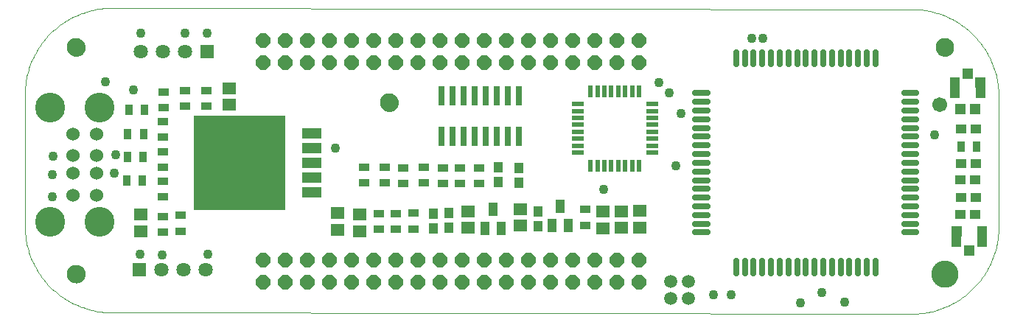
<source format=gbs>
G04 EAGLE Gerber RS-274X export*
G75*
%MOMM*%
%FSLAX34Y34*%
%LPD*%
%INSolder Mask bottom*%
%IPPOS*%
%AMOC8*
5,1,8,0,0,1.08239X$1,22.5*%
G01*
%ADD10C,0.100000*%
%ADD11C,0.000000*%
%ADD12C,3.101594*%
%ADD13C,2.101600*%
%ADD14R,1.601600X1.401600*%
%ADD15R,10.511600X10.901600*%
%ADD16R,2.260600X1.168400*%
%ADD17C,0.701600*%
%ADD18R,1.631600X1.631600*%
%ADD19C,1.631600*%
%ADD20R,1.301600X0.901600*%
%ADD21P,1.759533X8X202.500000*%
%ADD22C,1.509600*%
%ADD23C,1.524000*%
%ADD24C,3.429000*%
%ADD25C,1.101600*%
%ADD26R,1.101600X1.501600*%
%ADD27R,1.101600X1.201600*%
%ADD28R,1.143000X2.362200*%
%ADD29R,1.143000X1.193800*%
%ADD30R,0.609600X1.460500*%
%ADD31R,1.460500X0.609600*%
%ADD32R,0.660400X2.286000*%
%ADD33R,0.901600X1.301600*%
%ADD34R,1.201600X1.101600*%
%ADD35C,1.701600*%
%ADD36R,1.151600X1.181600*%


D10*
X0Y100000D02*
X29Y97584D01*
X117Y95169D01*
X263Y92757D01*
X467Y90349D01*
X729Y87946D01*
X1049Y85551D01*
X1427Y83164D01*
X1863Y80787D01*
X2356Y78422D01*
X2906Y76068D01*
X3512Y73729D01*
X4175Y71405D01*
X4894Y69098D01*
X5669Y66809D01*
X6498Y64540D01*
X7383Y62291D01*
X8321Y60064D01*
X9313Y57860D01*
X10357Y55681D01*
X11454Y53528D01*
X12603Y51402D01*
X13803Y49304D01*
X15053Y47236D01*
X16353Y45199D01*
X17702Y43194D01*
X19098Y41221D01*
X20542Y39284D01*
X22033Y37381D01*
X23568Y35516D01*
X25149Y33688D01*
X26773Y31898D01*
X28440Y30149D01*
X30149Y28440D01*
X31898Y26773D01*
X33688Y25149D01*
X35516Y23568D01*
X37381Y22033D01*
X39284Y20542D01*
X41221Y19098D01*
X43194Y17702D01*
X45199Y16353D01*
X47236Y15053D01*
X49304Y13803D01*
X51402Y12603D01*
X53528Y11454D01*
X55681Y10357D01*
X57860Y9313D01*
X60064Y8321D01*
X62291Y7383D01*
X64540Y6498D01*
X66809Y5669D01*
X69098Y4894D01*
X71405Y4175D01*
X73729Y3512D01*
X76068Y2906D01*
X78422Y2356D01*
X80787Y1863D01*
X83164Y1427D01*
X85551Y1049D01*
X87946Y729D01*
X90349Y467D01*
X92757Y263D01*
X95169Y117D01*
X97584Y29D01*
X100000Y0D01*
X1118706Y98476D02*
X1118706Y248476D01*
X100000Y350000D02*
X97584Y349971D01*
X95169Y349883D01*
X92757Y349737D01*
X90349Y349533D01*
X87946Y349271D01*
X85551Y348951D01*
X83164Y348573D01*
X80787Y348137D01*
X78422Y347644D01*
X76068Y347094D01*
X73729Y346488D01*
X71405Y345825D01*
X69098Y345106D01*
X66809Y344331D01*
X64540Y343502D01*
X62291Y342617D01*
X60064Y341679D01*
X57860Y340687D01*
X55681Y339643D01*
X53528Y338546D01*
X51402Y337397D01*
X49304Y336197D01*
X47236Y334947D01*
X45199Y333647D01*
X43194Y332298D01*
X41221Y330902D01*
X39284Y329458D01*
X37381Y327967D01*
X35516Y326432D01*
X33688Y324851D01*
X31898Y323227D01*
X30149Y321560D01*
X28440Y319851D01*
X26773Y318102D01*
X25149Y316312D01*
X23568Y314484D01*
X22033Y312619D01*
X20542Y310716D01*
X19098Y308779D01*
X17702Y306806D01*
X16353Y304801D01*
X15053Y302764D01*
X13803Y300696D01*
X12603Y298598D01*
X11454Y296472D01*
X10357Y294319D01*
X9313Y292140D01*
X8321Y289936D01*
X7383Y287709D01*
X6498Y285460D01*
X5669Y283191D01*
X4894Y280902D01*
X4175Y278595D01*
X3512Y276271D01*
X2906Y273932D01*
X2356Y271578D01*
X1863Y269213D01*
X1427Y266836D01*
X1049Y264449D01*
X729Y262054D01*
X467Y259651D01*
X263Y257243D01*
X117Y254831D01*
X29Y252416D01*
X0Y250000D01*
X0Y100000D01*
X100000Y0D02*
X1018706Y-1524D01*
X1018706Y348476D02*
X100000Y350000D01*
X1018706Y348476D02*
X1021122Y348447D01*
X1023537Y348359D01*
X1025949Y348213D01*
X1028357Y348009D01*
X1030760Y347747D01*
X1033155Y347427D01*
X1035542Y347049D01*
X1037919Y346613D01*
X1040284Y346120D01*
X1042638Y345570D01*
X1044977Y344964D01*
X1047301Y344301D01*
X1049608Y343582D01*
X1051897Y342807D01*
X1054166Y341978D01*
X1056415Y341093D01*
X1058642Y340155D01*
X1060846Y339163D01*
X1063025Y338119D01*
X1065178Y337022D01*
X1067304Y335873D01*
X1069402Y334673D01*
X1071470Y333423D01*
X1073507Y332123D01*
X1075512Y330774D01*
X1077485Y329378D01*
X1079422Y327934D01*
X1081325Y326443D01*
X1083190Y324908D01*
X1085018Y323327D01*
X1086808Y321703D01*
X1088557Y320036D01*
X1090266Y318327D01*
X1091933Y316578D01*
X1093557Y314788D01*
X1095138Y312960D01*
X1096673Y311095D01*
X1098164Y309192D01*
X1099608Y307255D01*
X1101004Y305282D01*
X1102353Y303277D01*
X1103653Y301240D01*
X1104903Y299172D01*
X1106103Y297074D01*
X1107252Y294948D01*
X1108349Y292795D01*
X1109393Y290616D01*
X1110385Y288412D01*
X1111323Y286185D01*
X1112208Y283936D01*
X1113037Y281667D01*
X1113812Y279378D01*
X1114531Y277071D01*
X1115194Y274747D01*
X1115800Y272408D01*
X1116350Y270054D01*
X1116843Y267689D01*
X1117279Y265312D01*
X1117657Y262925D01*
X1117977Y260530D01*
X1118239Y258127D01*
X1118443Y255719D01*
X1118589Y253307D01*
X1118677Y250892D01*
X1118706Y248476D01*
X100000Y350000D02*
X97584Y349971D01*
X95169Y349883D01*
X92757Y349737D01*
X90349Y349533D01*
X87946Y349271D01*
X85551Y348951D01*
X83164Y348573D01*
X80787Y348137D01*
X78422Y347644D01*
X76068Y347094D01*
X73729Y346488D01*
X71405Y345825D01*
X69098Y345106D01*
X66809Y344331D01*
X64540Y343502D01*
X62291Y342617D01*
X60064Y341679D01*
X57860Y340687D01*
X55681Y339643D01*
X53528Y338546D01*
X51402Y337397D01*
X49304Y336197D01*
X47236Y334947D01*
X45199Y333647D01*
X43194Y332298D01*
X41221Y330902D01*
X39284Y329458D01*
X37381Y327967D01*
X35516Y326432D01*
X33688Y324851D01*
X31898Y323227D01*
X30149Y321560D01*
X28440Y319851D01*
X26773Y318102D01*
X25149Y316312D01*
X23568Y314484D01*
X22033Y312619D01*
X20542Y310716D01*
X19098Y308779D01*
X17702Y306806D01*
X16353Y304801D01*
X15053Y302764D01*
X13803Y300696D01*
X12603Y298598D01*
X11454Y296472D01*
X10357Y294319D01*
X9313Y292140D01*
X8321Y289936D01*
X7383Y287709D01*
X6498Y285460D01*
X5669Y283191D01*
X4894Y280902D01*
X4175Y278595D01*
X3512Y276271D01*
X2906Y273932D01*
X2356Y271578D01*
X1863Y269213D01*
X1427Y266836D01*
X1049Y264449D01*
X729Y262054D01*
X467Y259651D01*
X263Y257243D01*
X117Y254831D01*
X29Y252416D01*
X0Y250000D01*
X1018706Y-1524D02*
X1021122Y-1495D01*
X1023537Y-1407D01*
X1025949Y-1261D01*
X1028357Y-1057D01*
X1030760Y-795D01*
X1033155Y-475D01*
X1035542Y-97D01*
X1037919Y339D01*
X1040284Y832D01*
X1042638Y1382D01*
X1044977Y1988D01*
X1047301Y2651D01*
X1049608Y3370D01*
X1051897Y4145D01*
X1054166Y4974D01*
X1056415Y5859D01*
X1058642Y6797D01*
X1060846Y7789D01*
X1063025Y8833D01*
X1065178Y9930D01*
X1067304Y11079D01*
X1069402Y12279D01*
X1071470Y13529D01*
X1073507Y14829D01*
X1075512Y16178D01*
X1077485Y17574D01*
X1079422Y19018D01*
X1081325Y20509D01*
X1083190Y22044D01*
X1085018Y23625D01*
X1086808Y25249D01*
X1088557Y26916D01*
X1090266Y28625D01*
X1091933Y30374D01*
X1093557Y32164D01*
X1095138Y33992D01*
X1096673Y35857D01*
X1098164Y37760D01*
X1099608Y39697D01*
X1101004Y41670D01*
X1102353Y43675D01*
X1103653Y45712D01*
X1104903Y47780D01*
X1106103Y49878D01*
X1107252Y52004D01*
X1108349Y54157D01*
X1109393Y56336D01*
X1110385Y58540D01*
X1111323Y60767D01*
X1112208Y63016D01*
X1113037Y65285D01*
X1113812Y67574D01*
X1114531Y69881D01*
X1115194Y72205D01*
X1115800Y74544D01*
X1116350Y76898D01*
X1116843Y79263D01*
X1117279Y81640D01*
X1117657Y84027D01*
X1117977Y86422D01*
X1118239Y88825D01*
X1118443Y91233D01*
X1118589Y93645D01*
X1118677Y96060D01*
X1118706Y98476D01*
D11*
X1041640Y44450D02*
X1041645Y44818D01*
X1041658Y45186D01*
X1041681Y45553D01*
X1041712Y45920D01*
X1041753Y46286D01*
X1041802Y46651D01*
X1041861Y47014D01*
X1041928Y47376D01*
X1042004Y47737D01*
X1042090Y48095D01*
X1042183Y48451D01*
X1042286Y48804D01*
X1042397Y49155D01*
X1042517Y49503D01*
X1042645Y49848D01*
X1042782Y50190D01*
X1042927Y50529D01*
X1043080Y50863D01*
X1043242Y51194D01*
X1043411Y51521D01*
X1043589Y51843D01*
X1043774Y52162D01*
X1043967Y52475D01*
X1044168Y52784D01*
X1044376Y53087D01*
X1044592Y53385D01*
X1044815Y53678D01*
X1045045Y53966D01*
X1045282Y54248D01*
X1045526Y54523D01*
X1045776Y54793D01*
X1046033Y55057D01*
X1046297Y55314D01*
X1046567Y55564D01*
X1046842Y55808D01*
X1047124Y56045D01*
X1047412Y56275D01*
X1047705Y56498D01*
X1048003Y56714D01*
X1048306Y56922D01*
X1048615Y57123D01*
X1048928Y57316D01*
X1049247Y57501D01*
X1049569Y57679D01*
X1049896Y57848D01*
X1050227Y58010D01*
X1050561Y58163D01*
X1050900Y58308D01*
X1051242Y58445D01*
X1051587Y58573D01*
X1051935Y58693D01*
X1052286Y58804D01*
X1052639Y58907D01*
X1052995Y59000D01*
X1053353Y59086D01*
X1053714Y59162D01*
X1054076Y59229D01*
X1054439Y59288D01*
X1054804Y59337D01*
X1055170Y59378D01*
X1055537Y59409D01*
X1055904Y59432D01*
X1056272Y59445D01*
X1056640Y59450D01*
X1057008Y59445D01*
X1057376Y59432D01*
X1057743Y59409D01*
X1058110Y59378D01*
X1058476Y59337D01*
X1058841Y59288D01*
X1059204Y59229D01*
X1059566Y59162D01*
X1059927Y59086D01*
X1060285Y59000D01*
X1060641Y58907D01*
X1060994Y58804D01*
X1061345Y58693D01*
X1061693Y58573D01*
X1062038Y58445D01*
X1062380Y58308D01*
X1062719Y58163D01*
X1063053Y58010D01*
X1063384Y57848D01*
X1063711Y57679D01*
X1064033Y57501D01*
X1064352Y57316D01*
X1064665Y57123D01*
X1064974Y56922D01*
X1065277Y56714D01*
X1065575Y56498D01*
X1065868Y56275D01*
X1066156Y56045D01*
X1066438Y55808D01*
X1066713Y55564D01*
X1066983Y55314D01*
X1067247Y55057D01*
X1067504Y54793D01*
X1067754Y54523D01*
X1067998Y54248D01*
X1068235Y53966D01*
X1068465Y53678D01*
X1068688Y53385D01*
X1068904Y53087D01*
X1069112Y52784D01*
X1069313Y52475D01*
X1069506Y52162D01*
X1069691Y51843D01*
X1069869Y51521D01*
X1070038Y51194D01*
X1070200Y50863D01*
X1070353Y50529D01*
X1070498Y50190D01*
X1070635Y49848D01*
X1070763Y49503D01*
X1070883Y49155D01*
X1070994Y48804D01*
X1071097Y48451D01*
X1071190Y48095D01*
X1071276Y47737D01*
X1071352Y47376D01*
X1071419Y47014D01*
X1071478Y46651D01*
X1071527Y46286D01*
X1071568Y45920D01*
X1071599Y45553D01*
X1071622Y45186D01*
X1071635Y44818D01*
X1071640Y44450D01*
X1071635Y44082D01*
X1071622Y43714D01*
X1071599Y43347D01*
X1071568Y42980D01*
X1071527Y42614D01*
X1071478Y42249D01*
X1071419Y41886D01*
X1071352Y41524D01*
X1071276Y41163D01*
X1071190Y40805D01*
X1071097Y40449D01*
X1070994Y40096D01*
X1070883Y39745D01*
X1070763Y39397D01*
X1070635Y39052D01*
X1070498Y38710D01*
X1070353Y38371D01*
X1070200Y38037D01*
X1070038Y37706D01*
X1069869Y37379D01*
X1069691Y37057D01*
X1069506Y36738D01*
X1069313Y36425D01*
X1069112Y36116D01*
X1068904Y35813D01*
X1068688Y35515D01*
X1068465Y35222D01*
X1068235Y34934D01*
X1067998Y34652D01*
X1067754Y34377D01*
X1067504Y34107D01*
X1067247Y33843D01*
X1066983Y33586D01*
X1066713Y33336D01*
X1066438Y33092D01*
X1066156Y32855D01*
X1065868Y32625D01*
X1065575Y32402D01*
X1065277Y32186D01*
X1064974Y31978D01*
X1064665Y31777D01*
X1064352Y31584D01*
X1064033Y31399D01*
X1063711Y31221D01*
X1063384Y31052D01*
X1063053Y30890D01*
X1062719Y30737D01*
X1062380Y30592D01*
X1062038Y30455D01*
X1061693Y30327D01*
X1061345Y30207D01*
X1060994Y30096D01*
X1060641Y29993D01*
X1060285Y29900D01*
X1059927Y29814D01*
X1059566Y29738D01*
X1059204Y29671D01*
X1058841Y29612D01*
X1058476Y29563D01*
X1058110Y29522D01*
X1057743Y29491D01*
X1057376Y29468D01*
X1057008Y29455D01*
X1056640Y29450D01*
X1056272Y29455D01*
X1055904Y29468D01*
X1055537Y29491D01*
X1055170Y29522D01*
X1054804Y29563D01*
X1054439Y29612D01*
X1054076Y29671D01*
X1053714Y29738D01*
X1053353Y29814D01*
X1052995Y29900D01*
X1052639Y29993D01*
X1052286Y30096D01*
X1051935Y30207D01*
X1051587Y30327D01*
X1051242Y30455D01*
X1050900Y30592D01*
X1050561Y30737D01*
X1050227Y30890D01*
X1049896Y31052D01*
X1049569Y31221D01*
X1049247Y31399D01*
X1048928Y31584D01*
X1048615Y31777D01*
X1048306Y31978D01*
X1048003Y32186D01*
X1047705Y32402D01*
X1047412Y32625D01*
X1047124Y32855D01*
X1046842Y33092D01*
X1046567Y33336D01*
X1046297Y33586D01*
X1046033Y33843D01*
X1045776Y34107D01*
X1045526Y34377D01*
X1045282Y34652D01*
X1045045Y34934D01*
X1044815Y35222D01*
X1044592Y35515D01*
X1044376Y35813D01*
X1044168Y36116D01*
X1043967Y36425D01*
X1043774Y36738D01*
X1043589Y37057D01*
X1043411Y37379D01*
X1043242Y37706D01*
X1043080Y38037D01*
X1042927Y38371D01*
X1042782Y38710D01*
X1042645Y39052D01*
X1042517Y39397D01*
X1042397Y39745D01*
X1042286Y40096D01*
X1042183Y40449D01*
X1042090Y40805D01*
X1042004Y41163D01*
X1041928Y41524D01*
X1041861Y41886D01*
X1041802Y42249D01*
X1041753Y42614D01*
X1041712Y42980D01*
X1041681Y43347D01*
X1041658Y43714D01*
X1041645Y44082D01*
X1041640Y44450D01*
D12*
X1056640Y44450D03*
D11*
X1046640Y304800D02*
X1046643Y305045D01*
X1046652Y305291D01*
X1046667Y305536D01*
X1046688Y305780D01*
X1046715Y306024D01*
X1046748Y306267D01*
X1046787Y306510D01*
X1046832Y306751D01*
X1046883Y306991D01*
X1046940Y307230D01*
X1047002Y307467D01*
X1047071Y307703D01*
X1047145Y307937D01*
X1047225Y308169D01*
X1047310Y308399D01*
X1047401Y308627D01*
X1047498Y308852D01*
X1047600Y309076D01*
X1047708Y309296D01*
X1047821Y309514D01*
X1047939Y309729D01*
X1048063Y309941D01*
X1048191Y310150D01*
X1048325Y310356D01*
X1048464Y310558D01*
X1048608Y310757D01*
X1048757Y310952D01*
X1048910Y311144D01*
X1049068Y311332D01*
X1049230Y311516D01*
X1049398Y311695D01*
X1049569Y311871D01*
X1049745Y312042D01*
X1049924Y312210D01*
X1050108Y312372D01*
X1050296Y312530D01*
X1050488Y312683D01*
X1050683Y312832D01*
X1050882Y312976D01*
X1051084Y313115D01*
X1051290Y313249D01*
X1051499Y313377D01*
X1051711Y313501D01*
X1051926Y313619D01*
X1052144Y313732D01*
X1052364Y313840D01*
X1052588Y313942D01*
X1052813Y314039D01*
X1053041Y314130D01*
X1053271Y314215D01*
X1053503Y314295D01*
X1053737Y314369D01*
X1053973Y314438D01*
X1054210Y314500D01*
X1054449Y314557D01*
X1054689Y314608D01*
X1054930Y314653D01*
X1055173Y314692D01*
X1055416Y314725D01*
X1055660Y314752D01*
X1055904Y314773D01*
X1056149Y314788D01*
X1056395Y314797D01*
X1056640Y314800D01*
X1056885Y314797D01*
X1057131Y314788D01*
X1057376Y314773D01*
X1057620Y314752D01*
X1057864Y314725D01*
X1058107Y314692D01*
X1058350Y314653D01*
X1058591Y314608D01*
X1058831Y314557D01*
X1059070Y314500D01*
X1059307Y314438D01*
X1059543Y314369D01*
X1059777Y314295D01*
X1060009Y314215D01*
X1060239Y314130D01*
X1060467Y314039D01*
X1060692Y313942D01*
X1060916Y313840D01*
X1061136Y313732D01*
X1061354Y313619D01*
X1061569Y313501D01*
X1061781Y313377D01*
X1061990Y313249D01*
X1062196Y313115D01*
X1062398Y312976D01*
X1062597Y312832D01*
X1062792Y312683D01*
X1062984Y312530D01*
X1063172Y312372D01*
X1063356Y312210D01*
X1063535Y312042D01*
X1063711Y311871D01*
X1063882Y311695D01*
X1064050Y311516D01*
X1064212Y311332D01*
X1064370Y311144D01*
X1064523Y310952D01*
X1064672Y310757D01*
X1064816Y310558D01*
X1064955Y310356D01*
X1065089Y310150D01*
X1065217Y309941D01*
X1065341Y309729D01*
X1065459Y309514D01*
X1065572Y309296D01*
X1065680Y309076D01*
X1065782Y308852D01*
X1065879Y308627D01*
X1065970Y308399D01*
X1066055Y308169D01*
X1066135Y307937D01*
X1066209Y307703D01*
X1066278Y307467D01*
X1066340Y307230D01*
X1066397Y306991D01*
X1066448Y306751D01*
X1066493Y306510D01*
X1066532Y306267D01*
X1066565Y306024D01*
X1066592Y305780D01*
X1066613Y305536D01*
X1066628Y305291D01*
X1066637Y305045D01*
X1066640Y304800D01*
X1066637Y304555D01*
X1066628Y304309D01*
X1066613Y304064D01*
X1066592Y303820D01*
X1066565Y303576D01*
X1066532Y303333D01*
X1066493Y303090D01*
X1066448Y302849D01*
X1066397Y302609D01*
X1066340Y302370D01*
X1066278Y302133D01*
X1066209Y301897D01*
X1066135Y301663D01*
X1066055Y301431D01*
X1065970Y301201D01*
X1065879Y300973D01*
X1065782Y300748D01*
X1065680Y300524D01*
X1065572Y300304D01*
X1065459Y300086D01*
X1065341Y299871D01*
X1065217Y299659D01*
X1065089Y299450D01*
X1064955Y299244D01*
X1064816Y299042D01*
X1064672Y298843D01*
X1064523Y298648D01*
X1064370Y298456D01*
X1064212Y298268D01*
X1064050Y298084D01*
X1063882Y297905D01*
X1063711Y297729D01*
X1063535Y297558D01*
X1063356Y297390D01*
X1063172Y297228D01*
X1062984Y297070D01*
X1062792Y296917D01*
X1062597Y296768D01*
X1062398Y296624D01*
X1062196Y296485D01*
X1061990Y296351D01*
X1061781Y296223D01*
X1061569Y296099D01*
X1061354Y295981D01*
X1061136Y295868D01*
X1060916Y295760D01*
X1060692Y295658D01*
X1060467Y295561D01*
X1060239Y295470D01*
X1060009Y295385D01*
X1059777Y295305D01*
X1059543Y295231D01*
X1059307Y295162D01*
X1059070Y295100D01*
X1058831Y295043D01*
X1058591Y294992D01*
X1058350Y294947D01*
X1058107Y294908D01*
X1057864Y294875D01*
X1057620Y294848D01*
X1057376Y294827D01*
X1057131Y294812D01*
X1056885Y294803D01*
X1056640Y294800D01*
X1056395Y294803D01*
X1056149Y294812D01*
X1055904Y294827D01*
X1055660Y294848D01*
X1055416Y294875D01*
X1055173Y294908D01*
X1054930Y294947D01*
X1054689Y294992D01*
X1054449Y295043D01*
X1054210Y295100D01*
X1053973Y295162D01*
X1053737Y295231D01*
X1053503Y295305D01*
X1053271Y295385D01*
X1053041Y295470D01*
X1052813Y295561D01*
X1052588Y295658D01*
X1052364Y295760D01*
X1052144Y295868D01*
X1051926Y295981D01*
X1051711Y296099D01*
X1051499Y296223D01*
X1051290Y296351D01*
X1051084Y296485D01*
X1050882Y296624D01*
X1050683Y296768D01*
X1050488Y296917D01*
X1050296Y297070D01*
X1050108Y297228D01*
X1049924Y297390D01*
X1049745Y297558D01*
X1049569Y297729D01*
X1049398Y297905D01*
X1049230Y298084D01*
X1049068Y298268D01*
X1048910Y298456D01*
X1048757Y298648D01*
X1048608Y298843D01*
X1048464Y299042D01*
X1048325Y299244D01*
X1048191Y299450D01*
X1048063Y299659D01*
X1047939Y299871D01*
X1047821Y300086D01*
X1047708Y300304D01*
X1047600Y300524D01*
X1047498Y300748D01*
X1047401Y300973D01*
X1047310Y301201D01*
X1047225Y301431D01*
X1047145Y301663D01*
X1047071Y301897D01*
X1047002Y302133D01*
X1046940Y302370D01*
X1046883Y302609D01*
X1046832Y302849D01*
X1046787Y303090D01*
X1046748Y303333D01*
X1046715Y303576D01*
X1046688Y303820D01*
X1046667Y304064D01*
X1046652Y304309D01*
X1046643Y304555D01*
X1046640Y304800D01*
D13*
X1056640Y304800D03*
D11*
X48928Y304800D02*
X48931Y305045D01*
X48940Y305291D01*
X48955Y305536D01*
X48976Y305780D01*
X49003Y306024D01*
X49036Y306267D01*
X49075Y306510D01*
X49120Y306751D01*
X49171Y306991D01*
X49228Y307230D01*
X49290Y307467D01*
X49359Y307703D01*
X49433Y307937D01*
X49513Y308169D01*
X49598Y308399D01*
X49689Y308627D01*
X49786Y308852D01*
X49888Y309076D01*
X49996Y309296D01*
X50109Y309514D01*
X50227Y309729D01*
X50351Y309941D01*
X50479Y310150D01*
X50613Y310356D01*
X50752Y310558D01*
X50896Y310757D01*
X51045Y310952D01*
X51198Y311144D01*
X51356Y311332D01*
X51518Y311516D01*
X51686Y311695D01*
X51857Y311871D01*
X52033Y312042D01*
X52212Y312210D01*
X52396Y312372D01*
X52584Y312530D01*
X52776Y312683D01*
X52971Y312832D01*
X53170Y312976D01*
X53372Y313115D01*
X53578Y313249D01*
X53787Y313377D01*
X53999Y313501D01*
X54214Y313619D01*
X54432Y313732D01*
X54652Y313840D01*
X54876Y313942D01*
X55101Y314039D01*
X55329Y314130D01*
X55559Y314215D01*
X55791Y314295D01*
X56025Y314369D01*
X56261Y314438D01*
X56498Y314500D01*
X56737Y314557D01*
X56977Y314608D01*
X57218Y314653D01*
X57461Y314692D01*
X57704Y314725D01*
X57948Y314752D01*
X58192Y314773D01*
X58437Y314788D01*
X58683Y314797D01*
X58928Y314800D01*
X59173Y314797D01*
X59419Y314788D01*
X59664Y314773D01*
X59908Y314752D01*
X60152Y314725D01*
X60395Y314692D01*
X60638Y314653D01*
X60879Y314608D01*
X61119Y314557D01*
X61358Y314500D01*
X61595Y314438D01*
X61831Y314369D01*
X62065Y314295D01*
X62297Y314215D01*
X62527Y314130D01*
X62755Y314039D01*
X62980Y313942D01*
X63204Y313840D01*
X63424Y313732D01*
X63642Y313619D01*
X63857Y313501D01*
X64069Y313377D01*
X64278Y313249D01*
X64484Y313115D01*
X64686Y312976D01*
X64885Y312832D01*
X65080Y312683D01*
X65272Y312530D01*
X65460Y312372D01*
X65644Y312210D01*
X65823Y312042D01*
X65999Y311871D01*
X66170Y311695D01*
X66338Y311516D01*
X66500Y311332D01*
X66658Y311144D01*
X66811Y310952D01*
X66960Y310757D01*
X67104Y310558D01*
X67243Y310356D01*
X67377Y310150D01*
X67505Y309941D01*
X67629Y309729D01*
X67747Y309514D01*
X67860Y309296D01*
X67968Y309076D01*
X68070Y308852D01*
X68167Y308627D01*
X68258Y308399D01*
X68343Y308169D01*
X68423Y307937D01*
X68497Y307703D01*
X68566Y307467D01*
X68628Y307230D01*
X68685Y306991D01*
X68736Y306751D01*
X68781Y306510D01*
X68820Y306267D01*
X68853Y306024D01*
X68880Y305780D01*
X68901Y305536D01*
X68916Y305291D01*
X68925Y305045D01*
X68928Y304800D01*
X68925Y304555D01*
X68916Y304309D01*
X68901Y304064D01*
X68880Y303820D01*
X68853Y303576D01*
X68820Y303333D01*
X68781Y303090D01*
X68736Y302849D01*
X68685Y302609D01*
X68628Y302370D01*
X68566Y302133D01*
X68497Y301897D01*
X68423Y301663D01*
X68343Y301431D01*
X68258Y301201D01*
X68167Y300973D01*
X68070Y300748D01*
X67968Y300524D01*
X67860Y300304D01*
X67747Y300086D01*
X67629Y299871D01*
X67505Y299659D01*
X67377Y299450D01*
X67243Y299244D01*
X67104Y299042D01*
X66960Y298843D01*
X66811Y298648D01*
X66658Y298456D01*
X66500Y298268D01*
X66338Y298084D01*
X66170Y297905D01*
X65999Y297729D01*
X65823Y297558D01*
X65644Y297390D01*
X65460Y297228D01*
X65272Y297070D01*
X65080Y296917D01*
X64885Y296768D01*
X64686Y296624D01*
X64484Y296485D01*
X64278Y296351D01*
X64069Y296223D01*
X63857Y296099D01*
X63642Y295981D01*
X63424Y295868D01*
X63204Y295760D01*
X62980Y295658D01*
X62755Y295561D01*
X62527Y295470D01*
X62297Y295385D01*
X62065Y295305D01*
X61831Y295231D01*
X61595Y295162D01*
X61358Y295100D01*
X61119Y295043D01*
X60879Y294992D01*
X60638Y294947D01*
X60395Y294908D01*
X60152Y294875D01*
X59908Y294848D01*
X59664Y294827D01*
X59419Y294812D01*
X59173Y294803D01*
X58928Y294800D01*
X58683Y294803D01*
X58437Y294812D01*
X58192Y294827D01*
X57948Y294848D01*
X57704Y294875D01*
X57461Y294908D01*
X57218Y294947D01*
X56977Y294992D01*
X56737Y295043D01*
X56498Y295100D01*
X56261Y295162D01*
X56025Y295231D01*
X55791Y295305D01*
X55559Y295385D01*
X55329Y295470D01*
X55101Y295561D01*
X54876Y295658D01*
X54652Y295760D01*
X54432Y295868D01*
X54214Y295981D01*
X53999Y296099D01*
X53787Y296223D01*
X53578Y296351D01*
X53372Y296485D01*
X53170Y296624D01*
X52971Y296768D01*
X52776Y296917D01*
X52584Y297070D01*
X52396Y297228D01*
X52212Y297390D01*
X52033Y297558D01*
X51857Y297729D01*
X51686Y297905D01*
X51518Y298084D01*
X51356Y298268D01*
X51198Y298456D01*
X51045Y298648D01*
X50896Y298843D01*
X50752Y299042D01*
X50613Y299244D01*
X50479Y299450D01*
X50351Y299659D01*
X50227Y299871D01*
X50109Y300086D01*
X49996Y300304D01*
X49888Y300524D01*
X49786Y300748D01*
X49689Y300973D01*
X49598Y301201D01*
X49513Y301431D01*
X49433Y301663D01*
X49359Y301897D01*
X49290Y302133D01*
X49228Y302370D01*
X49171Y302609D01*
X49120Y302849D01*
X49075Y303090D01*
X49036Y303333D01*
X49003Y303576D01*
X48976Y303820D01*
X48955Y304064D01*
X48940Y304309D01*
X48931Y304555D01*
X48928Y304800D01*
D13*
X58928Y304800D03*
D11*
X48928Y44450D02*
X48931Y44695D01*
X48940Y44941D01*
X48955Y45186D01*
X48976Y45430D01*
X49003Y45674D01*
X49036Y45917D01*
X49075Y46160D01*
X49120Y46401D01*
X49171Y46641D01*
X49228Y46880D01*
X49290Y47117D01*
X49359Y47353D01*
X49433Y47587D01*
X49513Y47819D01*
X49598Y48049D01*
X49689Y48277D01*
X49786Y48502D01*
X49888Y48726D01*
X49996Y48946D01*
X50109Y49164D01*
X50227Y49379D01*
X50351Y49591D01*
X50479Y49800D01*
X50613Y50006D01*
X50752Y50208D01*
X50896Y50407D01*
X51045Y50602D01*
X51198Y50794D01*
X51356Y50982D01*
X51518Y51166D01*
X51686Y51345D01*
X51857Y51521D01*
X52033Y51692D01*
X52212Y51860D01*
X52396Y52022D01*
X52584Y52180D01*
X52776Y52333D01*
X52971Y52482D01*
X53170Y52626D01*
X53372Y52765D01*
X53578Y52899D01*
X53787Y53027D01*
X53999Y53151D01*
X54214Y53269D01*
X54432Y53382D01*
X54652Y53490D01*
X54876Y53592D01*
X55101Y53689D01*
X55329Y53780D01*
X55559Y53865D01*
X55791Y53945D01*
X56025Y54019D01*
X56261Y54088D01*
X56498Y54150D01*
X56737Y54207D01*
X56977Y54258D01*
X57218Y54303D01*
X57461Y54342D01*
X57704Y54375D01*
X57948Y54402D01*
X58192Y54423D01*
X58437Y54438D01*
X58683Y54447D01*
X58928Y54450D01*
X59173Y54447D01*
X59419Y54438D01*
X59664Y54423D01*
X59908Y54402D01*
X60152Y54375D01*
X60395Y54342D01*
X60638Y54303D01*
X60879Y54258D01*
X61119Y54207D01*
X61358Y54150D01*
X61595Y54088D01*
X61831Y54019D01*
X62065Y53945D01*
X62297Y53865D01*
X62527Y53780D01*
X62755Y53689D01*
X62980Y53592D01*
X63204Y53490D01*
X63424Y53382D01*
X63642Y53269D01*
X63857Y53151D01*
X64069Y53027D01*
X64278Y52899D01*
X64484Y52765D01*
X64686Y52626D01*
X64885Y52482D01*
X65080Y52333D01*
X65272Y52180D01*
X65460Y52022D01*
X65644Y51860D01*
X65823Y51692D01*
X65999Y51521D01*
X66170Y51345D01*
X66338Y51166D01*
X66500Y50982D01*
X66658Y50794D01*
X66811Y50602D01*
X66960Y50407D01*
X67104Y50208D01*
X67243Y50006D01*
X67377Y49800D01*
X67505Y49591D01*
X67629Y49379D01*
X67747Y49164D01*
X67860Y48946D01*
X67968Y48726D01*
X68070Y48502D01*
X68167Y48277D01*
X68258Y48049D01*
X68343Y47819D01*
X68423Y47587D01*
X68497Y47353D01*
X68566Y47117D01*
X68628Y46880D01*
X68685Y46641D01*
X68736Y46401D01*
X68781Y46160D01*
X68820Y45917D01*
X68853Y45674D01*
X68880Y45430D01*
X68901Y45186D01*
X68916Y44941D01*
X68925Y44695D01*
X68928Y44450D01*
X68925Y44205D01*
X68916Y43959D01*
X68901Y43714D01*
X68880Y43470D01*
X68853Y43226D01*
X68820Y42983D01*
X68781Y42740D01*
X68736Y42499D01*
X68685Y42259D01*
X68628Y42020D01*
X68566Y41783D01*
X68497Y41547D01*
X68423Y41313D01*
X68343Y41081D01*
X68258Y40851D01*
X68167Y40623D01*
X68070Y40398D01*
X67968Y40174D01*
X67860Y39954D01*
X67747Y39736D01*
X67629Y39521D01*
X67505Y39309D01*
X67377Y39100D01*
X67243Y38894D01*
X67104Y38692D01*
X66960Y38493D01*
X66811Y38298D01*
X66658Y38106D01*
X66500Y37918D01*
X66338Y37734D01*
X66170Y37555D01*
X65999Y37379D01*
X65823Y37208D01*
X65644Y37040D01*
X65460Y36878D01*
X65272Y36720D01*
X65080Y36567D01*
X64885Y36418D01*
X64686Y36274D01*
X64484Y36135D01*
X64278Y36001D01*
X64069Y35873D01*
X63857Y35749D01*
X63642Y35631D01*
X63424Y35518D01*
X63204Y35410D01*
X62980Y35308D01*
X62755Y35211D01*
X62527Y35120D01*
X62297Y35035D01*
X62065Y34955D01*
X61831Y34881D01*
X61595Y34812D01*
X61358Y34750D01*
X61119Y34693D01*
X60879Y34642D01*
X60638Y34597D01*
X60395Y34558D01*
X60152Y34525D01*
X59908Y34498D01*
X59664Y34477D01*
X59419Y34462D01*
X59173Y34453D01*
X58928Y34450D01*
X58683Y34453D01*
X58437Y34462D01*
X58192Y34477D01*
X57948Y34498D01*
X57704Y34525D01*
X57461Y34558D01*
X57218Y34597D01*
X56977Y34642D01*
X56737Y34693D01*
X56498Y34750D01*
X56261Y34812D01*
X56025Y34881D01*
X55791Y34955D01*
X55559Y35035D01*
X55329Y35120D01*
X55101Y35211D01*
X54876Y35308D01*
X54652Y35410D01*
X54432Y35518D01*
X54214Y35631D01*
X53999Y35749D01*
X53787Y35873D01*
X53578Y36001D01*
X53372Y36135D01*
X53170Y36274D01*
X52971Y36418D01*
X52776Y36567D01*
X52584Y36720D01*
X52396Y36878D01*
X52212Y37040D01*
X52033Y37208D01*
X51857Y37379D01*
X51686Y37555D01*
X51518Y37734D01*
X51356Y37918D01*
X51198Y38106D01*
X51045Y38298D01*
X50896Y38493D01*
X50752Y38692D01*
X50613Y38894D01*
X50479Y39100D01*
X50351Y39309D01*
X50227Y39521D01*
X50109Y39736D01*
X49996Y39954D01*
X49888Y40174D01*
X49786Y40398D01*
X49689Y40623D01*
X49598Y40851D01*
X49513Y41081D01*
X49433Y41313D01*
X49359Y41547D01*
X49290Y41783D01*
X49228Y42020D01*
X49171Y42259D01*
X49120Y42499D01*
X49075Y42740D01*
X49036Y42983D01*
X49003Y43226D01*
X48976Y43470D01*
X48955Y43714D01*
X48940Y43959D01*
X48931Y44205D01*
X48928Y44450D01*
D13*
X58928Y44450D03*
D11*
X408592Y241300D02*
X408595Y241545D01*
X408604Y241791D01*
X408619Y242036D01*
X408640Y242280D01*
X408667Y242524D01*
X408700Y242767D01*
X408739Y243010D01*
X408784Y243251D01*
X408835Y243491D01*
X408892Y243730D01*
X408954Y243967D01*
X409023Y244203D01*
X409097Y244437D01*
X409177Y244669D01*
X409262Y244899D01*
X409353Y245127D01*
X409450Y245352D01*
X409552Y245576D01*
X409660Y245796D01*
X409773Y246014D01*
X409891Y246229D01*
X410015Y246441D01*
X410143Y246650D01*
X410277Y246856D01*
X410416Y247058D01*
X410560Y247257D01*
X410709Y247452D01*
X410862Y247644D01*
X411020Y247832D01*
X411182Y248016D01*
X411350Y248195D01*
X411521Y248371D01*
X411697Y248542D01*
X411876Y248710D01*
X412060Y248872D01*
X412248Y249030D01*
X412440Y249183D01*
X412635Y249332D01*
X412834Y249476D01*
X413036Y249615D01*
X413242Y249749D01*
X413451Y249877D01*
X413663Y250001D01*
X413878Y250119D01*
X414096Y250232D01*
X414316Y250340D01*
X414540Y250442D01*
X414765Y250539D01*
X414993Y250630D01*
X415223Y250715D01*
X415455Y250795D01*
X415689Y250869D01*
X415925Y250938D01*
X416162Y251000D01*
X416401Y251057D01*
X416641Y251108D01*
X416882Y251153D01*
X417125Y251192D01*
X417368Y251225D01*
X417612Y251252D01*
X417856Y251273D01*
X418101Y251288D01*
X418347Y251297D01*
X418592Y251300D01*
X418837Y251297D01*
X419083Y251288D01*
X419328Y251273D01*
X419572Y251252D01*
X419816Y251225D01*
X420059Y251192D01*
X420302Y251153D01*
X420543Y251108D01*
X420783Y251057D01*
X421022Y251000D01*
X421259Y250938D01*
X421495Y250869D01*
X421729Y250795D01*
X421961Y250715D01*
X422191Y250630D01*
X422419Y250539D01*
X422644Y250442D01*
X422868Y250340D01*
X423088Y250232D01*
X423306Y250119D01*
X423521Y250001D01*
X423733Y249877D01*
X423942Y249749D01*
X424148Y249615D01*
X424350Y249476D01*
X424549Y249332D01*
X424744Y249183D01*
X424936Y249030D01*
X425124Y248872D01*
X425308Y248710D01*
X425487Y248542D01*
X425663Y248371D01*
X425834Y248195D01*
X426002Y248016D01*
X426164Y247832D01*
X426322Y247644D01*
X426475Y247452D01*
X426624Y247257D01*
X426768Y247058D01*
X426907Y246856D01*
X427041Y246650D01*
X427169Y246441D01*
X427293Y246229D01*
X427411Y246014D01*
X427524Y245796D01*
X427632Y245576D01*
X427734Y245352D01*
X427831Y245127D01*
X427922Y244899D01*
X428007Y244669D01*
X428087Y244437D01*
X428161Y244203D01*
X428230Y243967D01*
X428292Y243730D01*
X428349Y243491D01*
X428400Y243251D01*
X428445Y243010D01*
X428484Y242767D01*
X428517Y242524D01*
X428544Y242280D01*
X428565Y242036D01*
X428580Y241791D01*
X428589Y241545D01*
X428592Y241300D01*
X428589Y241055D01*
X428580Y240809D01*
X428565Y240564D01*
X428544Y240320D01*
X428517Y240076D01*
X428484Y239833D01*
X428445Y239590D01*
X428400Y239349D01*
X428349Y239109D01*
X428292Y238870D01*
X428230Y238633D01*
X428161Y238397D01*
X428087Y238163D01*
X428007Y237931D01*
X427922Y237701D01*
X427831Y237473D01*
X427734Y237248D01*
X427632Y237024D01*
X427524Y236804D01*
X427411Y236586D01*
X427293Y236371D01*
X427169Y236159D01*
X427041Y235950D01*
X426907Y235744D01*
X426768Y235542D01*
X426624Y235343D01*
X426475Y235148D01*
X426322Y234956D01*
X426164Y234768D01*
X426002Y234584D01*
X425834Y234405D01*
X425663Y234229D01*
X425487Y234058D01*
X425308Y233890D01*
X425124Y233728D01*
X424936Y233570D01*
X424744Y233417D01*
X424549Y233268D01*
X424350Y233124D01*
X424148Y232985D01*
X423942Y232851D01*
X423733Y232723D01*
X423521Y232599D01*
X423306Y232481D01*
X423088Y232368D01*
X422868Y232260D01*
X422644Y232158D01*
X422419Y232061D01*
X422191Y231970D01*
X421961Y231885D01*
X421729Y231805D01*
X421495Y231731D01*
X421259Y231662D01*
X421022Y231600D01*
X420783Y231543D01*
X420543Y231492D01*
X420302Y231447D01*
X420059Y231408D01*
X419816Y231375D01*
X419572Y231348D01*
X419328Y231327D01*
X419083Y231312D01*
X418837Y231303D01*
X418592Y231300D01*
X418347Y231303D01*
X418101Y231312D01*
X417856Y231327D01*
X417612Y231348D01*
X417368Y231375D01*
X417125Y231408D01*
X416882Y231447D01*
X416641Y231492D01*
X416401Y231543D01*
X416162Y231600D01*
X415925Y231662D01*
X415689Y231731D01*
X415455Y231805D01*
X415223Y231885D01*
X414993Y231970D01*
X414765Y232061D01*
X414540Y232158D01*
X414316Y232260D01*
X414096Y232368D01*
X413878Y232481D01*
X413663Y232599D01*
X413451Y232723D01*
X413242Y232851D01*
X413036Y232985D01*
X412834Y233124D01*
X412635Y233268D01*
X412440Y233417D01*
X412248Y233570D01*
X412060Y233728D01*
X411876Y233890D01*
X411697Y234058D01*
X411521Y234229D01*
X411350Y234405D01*
X411182Y234584D01*
X411020Y234768D01*
X410862Y234956D01*
X410709Y235148D01*
X410560Y235343D01*
X410416Y235542D01*
X410277Y235744D01*
X410143Y235950D01*
X410015Y236159D01*
X409891Y236371D01*
X409773Y236586D01*
X409660Y236804D01*
X409552Y237024D01*
X409450Y237248D01*
X409353Y237473D01*
X409262Y237701D01*
X409177Y237931D01*
X409097Y238163D01*
X409023Y238397D01*
X408954Y238633D01*
X408892Y238870D01*
X408835Y239109D01*
X408784Y239349D01*
X408739Y239590D01*
X408700Y239833D01*
X408667Y240076D01*
X408640Y240320D01*
X408619Y240564D01*
X408604Y240809D01*
X408595Y241055D01*
X408592Y241300D01*
D13*
X418592Y241300D03*
D14*
X384356Y112574D03*
X384356Y93574D03*
X359172Y114040D03*
X359172Y95040D03*
D15*
X246400Y171900D03*
D16*
X329712Y205936D03*
X329712Y188918D03*
X329712Y171900D03*
X329712Y154882D03*
X329712Y137864D03*
D17*
X977200Y59100D02*
X977200Y45100D01*
X967200Y45100D02*
X967200Y59100D01*
X957200Y59100D02*
X957200Y45100D01*
X947200Y45100D02*
X947200Y59100D01*
X937200Y59100D02*
X937200Y45100D01*
X927200Y45100D02*
X927200Y59100D01*
X917200Y59100D02*
X917200Y45100D01*
X907200Y45100D02*
X907200Y59100D01*
X897200Y59100D02*
X897200Y45100D01*
X887200Y45100D02*
X887200Y59100D01*
X877200Y59100D02*
X877200Y45100D01*
X867200Y45100D02*
X867200Y59100D01*
X857200Y59100D02*
X857200Y45100D01*
X847200Y45100D02*
X847200Y59100D01*
X837200Y59100D02*
X837200Y45100D01*
X827200Y45100D02*
X827200Y59100D01*
X817200Y59100D02*
X817200Y45100D01*
X784200Y92100D02*
X770200Y92100D01*
X770200Y102100D02*
X784200Y102100D01*
X784200Y112100D02*
X770200Y112100D01*
X770200Y122100D02*
X784200Y122100D01*
X784200Y132100D02*
X770200Y132100D01*
X770200Y142100D02*
X784200Y142100D01*
X784200Y152100D02*
X770200Y152100D01*
X770200Y162100D02*
X784200Y162100D01*
X784200Y172100D02*
X770200Y172100D01*
X770200Y182100D02*
X784200Y182100D01*
X784200Y192100D02*
X770200Y192100D01*
X770200Y202100D02*
X784200Y202100D01*
X784200Y212100D02*
X770200Y212100D01*
X770200Y222100D02*
X784200Y222100D01*
X784200Y232100D02*
X770200Y232100D01*
X770200Y242100D02*
X784200Y242100D01*
X784200Y252100D02*
X770200Y252100D01*
X817200Y285100D02*
X817200Y299100D01*
X827200Y299100D02*
X827200Y285100D01*
X837200Y285100D02*
X837200Y299100D01*
X847200Y299100D02*
X847200Y285100D01*
X857200Y285100D02*
X857200Y299100D01*
X867200Y299100D02*
X867200Y285100D01*
X877200Y285100D02*
X877200Y299100D01*
X887200Y299100D02*
X887200Y285100D01*
X897200Y285100D02*
X897200Y299100D01*
X907200Y299100D02*
X907200Y285100D01*
X917200Y285100D02*
X917200Y299100D01*
X927200Y299100D02*
X927200Y285100D01*
X937200Y285100D02*
X937200Y299100D01*
X947200Y299100D02*
X947200Y285100D01*
X957200Y285100D02*
X957200Y299100D01*
X967200Y299100D02*
X967200Y285100D01*
X977200Y285100D02*
X977200Y299100D01*
X1010200Y252100D02*
X1024200Y252100D01*
X1024200Y242100D02*
X1010200Y242100D01*
X1010200Y232100D02*
X1024200Y232100D01*
X1024200Y222100D02*
X1010200Y222100D01*
X1010200Y212100D02*
X1024200Y212100D01*
X1024200Y202100D02*
X1010200Y202100D01*
X1010200Y192100D02*
X1024200Y192100D01*
X1024200Y182100D02*
X1010200Y182100D01*
X1010200Y172100D02*
X1024200Y172100D01*
X1024200Y162100D02*
X1010200Y162100D01*
X1010200Y152100D02*
X1024200Y152100D01*
X1024200Y142100D02*
X1010200Y142100D01*
X1010200Y132100D02*
X1024200Y132100D01*
X1024200Y122100D02*
X1010200Y122100D01*
X1010200Y112100D02*
X1024200Y112100D01*
X1024200Y102100D02*
X1010200Y102100D01*
X1010200Y92100D02*
X1024200Y92100D01*
D18*
X209400Y300200D03*
D19*
X184000Y300200D03*
X158600Y300200D03*
X133200Y300200D03*
D20*
X426412Y95768D03*
X426412Y113768D03*
X446824Y114180D03*
X446824Y96180D03*
X406760Y95764D03*
X406760Y113764D03*
D14*
X235172Y257898D03*
X235172Y238898D03*
D18*
X131884Y49662D03*
D19*
X157284Y49662D03*
X182684Y49662D03*
X208084Y49662D03*
D14*
X133570Y112562D03*
X133570Y93562D03*
D21*
X705900Y312700D03*
X680500Y312700D03*
X655100Y312700D03*
X629700Y312700D03*
X604300Y312700D03*
X578900Y312700D03*
X705900Y287300D03*
X680500Y287300D03*
X655100Y287300D03*
X629700Y287300D03*
X604300Y287300D03*
X578900Y287300D03*
X553500Y312700D03*
X553500Y287300D03*
X528100Y312700D03*
X502700Y312700D03*
X477300Y312700D03*
X451900Y312700D03*
X426500Y312700D03*
X401100Y312700D03*
X528100Y287300D03*
X502700Y287300D03*
X477300Y287300D03*
X451900Y287300D03*
X426500Y287300D03*
X401100Y287300D03*
X375700Y312700D03*
X375700Y287300D03*
X350300Y312700D03*
X324900Y312700D03*
X299500Y312700D03*
X350300Y287300D03*
X324900Y287300D03*
X299500Y287300D03*
X274100Y312700D03*
X274100Y287300D03*
X705900Y60200D03*
X680500Y60200D03*
X655100Y60200D03*
X629700Y60200D03*
X604300Y60200D03*
X578900Y60200D03*
X705900Y34800D03*
X680500Y34800D03*
X655100Y34800D03*
X629700Y34800D03*
X604300Y34800D03*
X578900Y34800D03*
X553500Y60200D03*
X553500Y34800D03*
X528100Y60200D03*
X502700Y60200D03*
X477300Y60200D03*
X451900Y60200D03*
X426500Y60200D03*
X401100Y60200D03*
X528100Y34800D03*
X502700Y34800D03*
X477300Y34800D03*
X451900Y34800D03*
X426500Y34800D03*
X401100Y34800D03*
X375700Y60200D03*
X375700Y34800D03*
X350300Y60200D03*
X324900Y60200D03*
X299500Y60200D03*
X350300Y34800D03*
X324900Y34800D03*
X299500Y34800D03*
X274100Y60200D03*
X274100Y34800D03*
D22*
X742290Y15940D03*
X742290Y35940D03*
X762290Y15940D03*
X762290Y35940D03*
D23*
X82500Y205000D03*
X82500Y180108D03*
X82500Y160042D03*
X82500Y134896D03*
X55322Y205000D03*
X55322Y180108D03*
X55322Y160042D03*
X55322Y134896D03*
D24*
X29160Y235734D03*
X29160Y104416D03*
X86056Y235734D03*
X86056Y104416D03*
D25*
X941970Y12140D03*
D20*
X499782Y148204D03*
X499782Y166204D03*
X480372Y148458D03*
X480372Y166458D03*
D26*
X537708Y118760D03*
X528208Y96760D03*
X547208Y96760D03*
X615178Y121738D03*
X605678Y99738D03*
X624678Y99738D03*
D14*
X569058Y118650D03*
X569058Y99650D03*
X706390Y116872D03*
X706390Y97872D03*
X684972Y116110D03*
X684972Y97110D03*
D27*
X589654Y115832D03*
X589654Y98832D03*
X486820Y114562D03*
X486820Y97562D03*
X468958Y97020D03*
X468958Y114020D03*
D20*
X159332Y235330D03*
X159332Y253330D03*
X159026Y201548D03*
X159026Y219548D03*
X159034Y185040D03*
X159034Y167040D03*
X158324Y151004D03*
X158324Y133004D03*
D28*
G36*
X1093991Y99213D02*
X1105420Y99194D01*
X1105379Y75573D01*
X1093950Y75592D01*
X1093991Y99213D01*
G37*
G36*
X1064581Y99265D02*
X1076010Y99246D01*
X1075969Y75625D01*
X1064540Y75644D01*
X1064581Y99265D01*
G37*
D29*
G36*
X1079248Y77437D02*
X1090677Y77418D01*
X1090656Y65481D01*
X1079227Y65500D01*
X1079248Y77437D01*
G37*
D30*
X705748Y168913D03*
X697748Y168913D03*
X689748Y168913D03*
X681748Y168913D03*
X673748Y168913D03*
X665748Y168913D03*
X657748Y168913D03*
X649748Y168913D03*
D31*
X635013Y183648D03*
X635013Y191648D03*
X635013Y199648D03*
X635013Y207648D03*
X635013Y215648D03*
X635013Y223648D03*
X635013Y231648D03*
X635013Y239648D03*
D30*
X649748Y254384D03*
X657748Y254384D03*
X665748Y254384D03*
X673748Y254384D03*
X681748Y254384D03*
X689748Y254384D03*
X697748Y254384D03*
X705748Y254384D03*
D31*
X720484Y239648D03*
X720484Y231648D03*
X720484Y223648D03*
X720484Y215648D03*
X720484Y207648D03*
X720484Y199648D03*
X720484Y191648D03*
X720484Y183648D03*
D32*
X567886Y202260D03*
X555186Y202260D03*
X542486Y202260D03*
X529786Y202260D03*
X517086Y202260D03*
X504386Y202260D03*
X491686Y202260D03*
X478986Y202260D03*
X478986Y249504D03*
X491686Y249504D03*
X504386Y249504D03*
X517086Y249504D03*
X529786Y249504D03*
X542486Y249504D03*
X555186Y249504D03*
X567886Y249504D03*
D14*
X509242Y116176D03*
X509242Y97176D03*
D27*
X567868Y148888D03*
X567868Y165888D03*
X543768Y149944D03*
X543768Y166944D03*
D33*
X137722Y233254D03*
X119722Y233254D03*
X136198Y204858D03*
X118198Y204858D03*
X135690Y178494D03*
X117690Y178494D03*
X135182Y151622D03*
X117182Y151622D03*
D20*
X521426Y148170D03*
X521426Y166170D03*
D34*
X1092262Y132288D03*
X1075262Y132288D03*
X1075374Y171204D03*
X1092374Y171204D03*
X1091974Y152750D03*
X1074974Y152750D03*
X1074906Y112600D03*
X1091906Y112600D03*
D35*
X1050670Y238856D03*
D25*
X124968Y255524D03*
X92456Y265176D03*
X1044956Y204470D03*
X356362Y188722D03*
D20*
X208788Y254872D03*
X208788Y236872D03*
X184404Y254872D03*
X184404Y236872D03*
X158242Y92346D03*
X158242Y110346D03*
X179324Y93616D03*
X179324Y111616D03*
D25*
X104394Y181356D03*
X103124Y159766D03*
X32766Y179832D03*
X32004Y158496D03*
X209042Y321056D03*
X183896Y320802D03*
X132588Y66802D03*
X157988Y66548D03*
X790956Y20828D03*
X811530Y20320D03*
X848106Y314706D03*
X835152Y315214D03*
X753872Y228854D03*
X915924Y22860D03*
X891032Y10922D03*
X740664Y252222D03*
X728726Y264414D03*
X664972Y141224D03*
X210058Y67310D03*
X133350Y321310D03*
X31750Y132842D03*
D28*
G36*
X1074107Y246732D02*
X1062678Y246692D01*
X1062595Y270312D01*
X1074024Y270352D01*
X1074107Y246732D01*
G37*
G36*
X1103517Y246834D02*
X1092088Y246794D01*
X1092005Y270414D01*
X1103434Y270454D01*
X1103517Y246834D01*
G37*
D29*
G36*
X1088735Y268584D02*
X1077306Y268545D01*
X1077265Y280482D01*
X1088694Y280521D01*
X1088735Y268584D01*
G37*
D34*
X1092826Y210820D03*
X1075826Y210820D03*
D36*
X1074560Y234188D03*
X1092060Y234188D03*
D20*
X434848Y147972D03*
X434848Y165972D03*
X458216Y148988D03*
X458216Y166988D03*
X389636Y166988D03*
X389636Y148988D03*
X413258Y167242D03*
X413258Y149242D03*
D14*
X664464Y115926D03*
X664464Y96926D03*
D20*
X643636Y118474D03*
X643636Y100474D03*
D33*
X1093326Y190500D03*
X1075326Y190500D03*
D25*
X747522Y168910D03*
M02*

</source>
